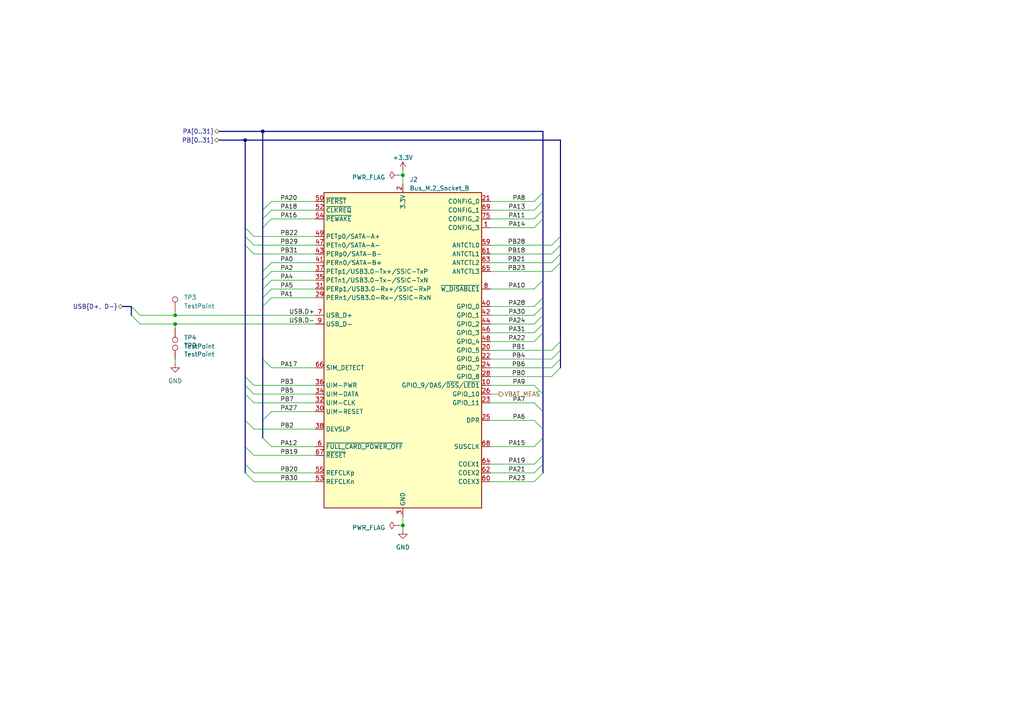
<source format=kicad_sch>
(kicad_sch (version 20230121) (generator eeschema)
  (paper "A4")
  (lib_symbols
    (symbol "Connector:Bus_M.2_Socket_B"
      (property "Reference" "J" (at -22.86 46.99 0))
      (property "Value" "Bus_M.2_Socket_B" (at 16.51 46.99 0))
      (symbol "Bus_M.2_Socket_B_0_1"
        (rectangle (start -22.86 45.72) (end 22.86 -45.72) (stroke (width 0.254)) (fill (type background)))
      )
      (symbol "Bus_M.2_Socket_B_1_1"
        (pin input line (at 25.4 35.56 180) (length 2.54) (name "CONFIG_3") (number "1"))
        (pin bidirectional line (at 25.4 -10.16 180) (length 2.54) (name "GPIO_9/DAS/~{DSS}/~{LED1}") (number "10"))
        (pin passive line (at 0 -48.26 90) (length 2.54) hide (name "GND") (number "11"))
        (pin power_in line (at 0 48.26 270) (length 2.54) (name "3.3V") (number "2"))
        (pin bidirectional line (at 25.4 0 180) (length 2.54) (name "GPIO_5") (number "20"))
        (pin input line (at 25.4 43.18 180) (length 2.54) (name "CONFIG_0") (number "21"))
        (pin bidirectional line (at 25.4 -2.54 180) (length 2.54) (name "GPIO_6") (number "22"))
        (pin bidirectional line (at 25.4 -15.24 180) (length 2.54) (name "GPIO_11") (number "23"))
        (pin bidirectional line (at 25.4 -5.08 180) (length 2.54) (name "GPIO_7") (number "24"))
        (pin output line (at 25.4 -20.32 180) (length 2.54) (name "DPR") (number "25"))
        (pin bidirectional line (at 25.4 -12.7 180) (length 2.54) (name "GPIO_10") (number "26"))
        (pin passive line (at 0 -48.26 90) (length 2.54) hide (name "GND") (number "27"))
        (pin bidirectional line (at 25.4 -7.62 180) (length 2.54) (name "GPIO_8") (number "28"))
        (pin input line (at -25.4 15.24 0) (length 2.54) (name "PERn1/USB3.0-Rx-/SSIC-RxN") (number "29"))
        (pin power_in line (at 0 -48.26 90) (length 2.54) (name "GND") (number "3"))
        (pin input line (at -25.4 -17.78 0) (length 2.54) (name "UIM-RESET") (number "30"))
        (pin input line (at -25.4 17.78 0) (length 2.54) (name "PERp1/USB3.0-Rx+/SSIC-RxP") (number "31"))
        (pin input line (at -25.4 -15.24 0) (length 2.54) (name "UIM-CLK") (number "32"))
        (pin passive line (at 0 -48.26 90) (length 2.54) hide (name "GND") (number "33"))
        (pin bidirectional line (at -25.4 -12.7 0) (length 2.54) (name "UIM-DATA") (number "34"))
        (pin output line (at -25.4 20.32 0) (length 2.54) (name "PETn1/USB3.0-Tx-/SSIC-TxN") (number "35"))
        (pin input line (at -25.4 -10.16 0) (length 2.54) (name "UIM-PWR") (number "36"))
        (pin output line (at -25.4 22.86 0) (length 2.54) (name "PETp1/USB3.0-Tx+/SSIC-TxP") (number "37"))
        (pin output line (at -25.4 -22.86 0) (length 2.54) (name "DEVSLP") (number "38"))
        (pin passive line (at 0 -48.26 90) (length 2.54) hide (name "GND") (number "39"))
        (pin passive line (at 0 48.26 270) (length 2.54) hide (name "3.3V") (number "4"))
        (pin bidirectional line (at 25.4 12.7 180) (length 2.54) (name "GPIO_0") (number "40"))
        (pin input line (at -25.4 25.4 0) (length 2.54) (name "PERn0/SATA-B+") (number "41"))
        (pin bidirectional line (at 25.4 10.16 180) (length 2.54) (name "GPIO_1") (number "42"))
        (pin input line (at -25.4 27.94 0) (length 2.54) (name "PERp0/SATA-B-") (number "43"))
        (pin bidirectional line (at 25.4 7.62 180) (length 2.54) (name "GPIO_2") (number "44"))
        (pin passive line (at 0 -48.26 90) (length 2.54) hide (name "GND") (number "45"))
        (pin bidirectional line (at 25.4 5.08 180) (length 2.54) (name "GPIO_3") (number "46"))
        (pin output line (at -25.4 30.48 0) (length 2.54) (name "PETn0/SATA-A-") (number "47"))
        (pin bidirectional line (at 25.4 2.54 180) (length 2.54) (name "GPIO_4") (number "48"))
        (pin output line (at -25.4 33.02 0) (length 2.54) (name "PETp0/SATA-A+") (number "49"))
        (pin passive line (at 0 -48.26 90) (length 2.54) hide (name "GND") (number "5"))
        (pin output line (at -25.4 43.18 0) (length 2.54) (name "~{PERST}") (number "50"))
        (pin passive line (at 0 -48.26 90) (length 2.54) hide (name "GND") (number "51"))
        (pin bidirectional line (at -25.4 40.64 0) (length 2.54) (name "~{CLKREQ}") (number "52"))
        (pin output line (at -25.4 -38.1 0) (length 2.54) (name "REFCLKn") (number "53"))
        (pin bidirectional line (at -25.4 38.1 0) (length 2.54) (name "~{PEWAKE}") (number "54"))
        (pin output line (at -25.4 -35.56 0) (length 2.54) (name "REFCLKp") (number "55"))
        (pin no_connect line (at 22.86 -43.18 180) (length 2.54) hide (name "NC") (number "56"))
        (pin passive line (at 0 -48.26 90) (length 2.54) hide (name "GND") (number "57"))
        (pin no_connect line (at 22.86 -40.64 180) (length 2.54) hide (name "NC") (number "58"))
        (pin input line (at 25.4 30.48 180) (length 2.54) (name "ANTCTL0") (number "59"))
        (pin output line (at -25.4 -27.94 0) (length 2.54) (name "~{FULL_CARD_POWER_OFF}") (number "6"))
        (pin bidirectional line (at 25.4 -38.1 180) (length 2.54) (name "COEX3") (number "60"))
        (pin input line (at 25.4 27.94 180) (length 2.54) (name "ANTCTL1") (number "61"))
        (pin bidirectional line (at 25.4 -35.56 180) (length 2.54) (name "COEX2") (number "62"))
        (pin input line (at 25.4 25.4 180) (length 2.54) (name "ANTCTL2") (number "63"))
        (pin bidirectional line (at 25.4 -33.02 180) (length 2.54) (name "COEX1") (number "64"))
        (pin input line (at 25.4 22.86 180) (length 2.54) (name "ANTCTL3") (number "65"))
        (pin output line (at -25.4 -5.08 0) (length 2.54) (name "SIM_DETECT") (number "66"))
        (pin output line (at -25.4 -30.48 0) (length 2.54) (name "~{RESET}") (number "67"))
        (pin output line (at 25.4 -27.94 180) (length 2.54) (name "SUSCLK") (number "68"))
        (pin input line (at 25.4 40.64 180) (length 2.54) (name "CONFIG_1") (number "69"))
        (pin bidirectional line (at -25.4 10.16 0) (length 2.54) (name "USB_D+") (number "7"))
        (pin passive line (at 0 48.26 270) (length 2.54) hide (name "3.3V") (number "70"))
        (pin passive line (at 0 -48.26 90) (length 2.54) hide (name "GND") (number "71"))
        (pin passive line (at 0 48.26 270) (length 2.54) hide (name "3.3V") (number "72"))
        (pin passive line (at 0 -48.26 90) (length 2.54) hide (name "GND") (number "73"))
        (pin passive line (at 0 48.26 270) (length 2.54) hide (name "3.3V") (number "74"))
        (pin input line (at 25.4 38.1 180) (length 2.54) (name "CONFIG_2") (number "75"))
        (pin output line (at 25.4 17.78 180) (length 2.54) (name "~{W_DISABLE1}") (number "8"))
        (pin bidirectional line (at -25.4 7.62 0) (length 2.54) (name "USB_D-") (number "9"))
      )
    )
    (symbol "Connector:TestPoint" (pin_numbers hide) (pin_names (offset 0.762) hide)
      (property "Reference" "TP" (at 0 6.858 0))
      (property "Value" "TestPoint" (at 0 5.08 0))
      (symbol "TestPoint_0_1"
        (circle (center 0 3.302) (radius 0.762))
      )
      (symbol "TestPoint_1_1"
        (pin passive line (at 0 0 90) (length 2.54) (name "1") (number "1"))
      )
    )
    (symbol "power:+3.3V" (power) (pin_names (offset 0))
      (property "Value" "+3.3V" (at 0 3.556 0))
      (symbol "+3.3V_0_1"
        (polyline (pts (xy -0.762 1.27) (xy 0 2.54)))
        (polyline (pts (xy 0 0) (xy 0 2.54)))
        (polyline (pts (xy 0 2.54) (xy 0.762 1.27)))
      )
      (symbol "+3.3V_1_1"
        (pin power_in line (at 0 0 90) (length 0) hide (name "+3.3V") (number "1"))
      )
    )
    (symbol "power:GND" (power) (pin_names (offset 0))
      (property "Value" "GND" (at 0 -3.81 0))
      (symbol "GND_0_1"
        (polyline (pts (xy 0 0) (xy 0 -1.27) (xy 1.27 -1.27) (xy 0 -2.54) (xy -1.27 -1.27) (xy 0 -1.27)))
      )
      (symbol "GND_1_1"
        (pin power_in line (at 0 0 270) (length 0) hide (name "GND") (number "1"))
      )
    )
    (symbol "power:PWR_FLAG" (power) (pin_numbers hide) (pin_names (offset 0) hide)
      (property "Value" "PWR_FLAG" (at 0 3.81 0))
      (symbol "PWR_FLAG_0_0"
        (pin power_out line (at 0 0 90) (length 0) (name "pwr") (number "1"))
      )
      (symbol "PWR_FLAG_0_1"
        (polyline (pts (xy 0 0) (xy 0 1.27) (xy -1.016 1.905) (xy 0 2.54) (xy 1.016 1.905) (xy 0 1.27)))
      )
    )
  )
  (junction (at 116.84 152.4))
  (junction (at 50.8 91.44))
  (junction (at 116.84 50.8))
  (junction (at 76.2 38.1))
  (junction (at 71.12 40.64))
  (junction (at 50.8 93.98))
  (bus_entry (at 154.94 58.42) (size 2.54 -2.54))
  (bus_entry (at 40.64 93.98) (size -2.54 -2.54))
  (bus_entry (at 40.64 91.44) (size -2.54 -2.54))
  (bus_entry (at 154.94 116.84) (size 2.54 2.54))
  (bus_entry (at 73.66 116.84) (size -2.54 -2.54))
  (bus_entry (at 160.02 71.12) (size 2.54 -2.54))
  (bus_entry (at 154.94 93.98) (size 2.54 -2.54))
  (bus_entry (at 154.94 63.5) (size 2.54 -2.54))
  (bus_entry (at 154.94 134.62) (size 2.54 -2.54))
  (bus_entry (at 160.02 106.68) (size 2.54 -2.54))
  (bus_entry (at 78.74 63.5) (size -2.54 2.54))
  (bus_entry (at 154.94 96.52) (size 2.54 -2.54))
  (bus_entry (at 154.94 139.7) (size 2.54 -2.54))
  (bus_entry (at 78.74 76.2) (size -2.54 2.54))
  (bus_entry (at 73.66 124.46) (size -2.54 -2.54))
  (bus_entry (at 78.74 86.36) (size -2.54 2.54))
  (bus_entry (at 73.66 139.7) (size -2.54 -2.54))
  (bus_entry (at 154.94 137.16) (size 2.54 -2.54))
  (bus_entry (at 154.94 121.92) (size 2.54 2.54))
  (bus_entry (at 160.02 73.66) (size 2.54 -2.54))
  (bus_entry (at 78.74 58.42) (size -2.54 2.54))
  (bus_entry (at 73.66 132.08) (size -2.54 -2.54))
  (bus_entry (at 154.94 66.04) (size 2.54 -2.54))
  (bus_entry (at 160.02 104.14) (size 2.54 -2.54))
  (bus_entry (at 154.94 88.9) (size 2.54 -2.54))
  (bus_entry (at 78.74 83.82) (size -2.54 2.54))
  (bus_entry (at 73.66 114.3) (size -2.54 -2.54))
  (bus_entry (at 154.94 60.96) (size 2.54 -2.54))
  (bus_entry (at 78.74 60.96) (size -2.54 2.54))
  (bus_entry (at 73.66 137.16) (size -2.54 -2.54))
  (bus_entry (at 160.02 101.6) (size 2.54 -2.54))
  (bus_entry (at 78.74 81.28) (size -2.54 2.54))
  (bus_entry (at 154.94 83.82) (size 2.54 -2.54))
  (bus_entry (at 73.66 111.76) (size -2.54 -2.54))
  (bus_entry (at 73.66 68.58) (size -2.54 -2.54))
  (bus_entry (at 73.66 71.12) (size -2.54 -2.54))
  (bus_entry (at 76.2 127) (size 2.54 2.54))
  (bus_entry (at 76.2 104.14) (size 2.54 2.54))
  (bus_entry (at 78.74 119.38) (size -2.54 2.54))
  (bus_entry (at 73.66 73.66) (size -2.54 -2.54))
  (bus_entry (at 160.02 109.22) (size 2.54 -2.54))
  (bus_entry (at 78.74 78.74) (size -2.54 2.54))
  (bus_entry (at 154.94 111.76) (size 2.54 2.54))
  (bus_entry (at 154.94 99.06) (size 2.54 -2.54))
  (bus_entry (at 160.02 78.74) (size 2.54 -2.54))
  (bus_entry (at 154.94 91.44) (size 2.54 -2.54))
  (bus_entry (at 160.02 76.2) (size 2.54 -2.54))
  (bus_entry (at 154.94 129.54) (size 2.54 -2.54))
  (bus (pts (xy 157.48 60.96) (xy 157.48 58.42)))
  (bus (pts (xy 162.56 40.64) (xy 162.56 68.58)))
  (wire (pts (xy 142.24 116.84) (xy 154.94 116.84)))
  (bus (pts (xy 162.56 68.58) (xy 162.56 71.12)))
  (bus (pts (xy 157.48 55.88) (xy 157.48 38.1)))
  (wire (pts (xy 50.8 104.14) (xy 50.8 105.41)))
  (bus (pts (xy 76.2 66.04) (xy 76.2 78.74)))
  (bus (pts (xy 157.48 88.9) (xy 157.48 86.36)))
  (wire (pts (xy 73.66 68.58) (xy 91.44 68.58)))
  (wire (pts (xy 78.74 83.82) (xy 91.44 83.82)))
  (wire (pts (xy 78.74 60.96) (xy 91.44 60.96)))
  (wire (pts (xy 142.24 76.2) (xy 160.02 76.2)))
  (wire (pts (xy 78.74 78.74) (xy 91.44 78.74)))
  (bus (pts (xy 71.12 40.64) (xy 71.12 66.04)))
  (bus (pts (xy 157.48 93.98) (xy 157.48 91.44)))
  (bus (pts (xy 71.12 114.3) (xy 71.12 121.92)))
  (bus (pts (xy 162.56 76.2) (xy 162.56 99.06)))
  (bus (pts (xy 157.48 137.16) (xy 157.48 134.62)))
  (wire (pts (xy 50.8 90.17) (xy 50.8 91.44)))
  (wire (pts (xy 142.24 139.7) (xy 154.94 139.7)))
  (bus (pts (xy 63.5 38.1) (xy 76.2 38.1)))
  (wire (pts (xy 50.8 93.98) (xy 91.44 93.98)))
  (bus (pts (xy 71.12 111.76) (xy 71.12 114.3)))
  (wire (pts (xy 142.24 93.98) (xy 154.94 93.98)))
  (bus (pts (xy 157.48 91.44) (xy 157.48 88.9)))
  (wire (pts (xy 78.74 106.68) (xy 91.44 106.68)))
  (wire (pts (xy 73.66 132.08) (xy 91.44 132.08)))
  (bus (pts (xy 63.5 40.64) (xy 71.12 40.64)))
  (wire (pts (xy 78.74 129.54) (xy 91.44 129.54)))
  (wire (pts (xy 116.84 149.86) (xy 116.84 152.4)))
  (bus (pts (xy 162.56 99.06) (xy 162.56 101.6)))
  (bus (pts (xy 157.48 63.5) (xy 157.48 60.96)))
  (wire (pts (xy 142.24 91.44) (xy 154.94 91.44)))
  (wire (pts (xy 142.24 129.54) (xy 154.94 129.54)))
  (bus (pts (xy 157.48 134.62) (xy 157.48 132.08)))
  (bus (pts (xy 71.12 68.58) (xy 71.12 71.12)))
  (bus (pts (xy 157.48 127) (xy 157.48 124.46)))
  (wire (pts (xy 73.66 71.12) (xy 91.44 71.12)))
  (bus (pts (xy 76.2 81.28) (xy 76.2 83.82)))
  (wire (pts (xy 142.24 104.14) (xy 160.02 104.14)))
  (bus (pts (xy 157.48 96.52) (xy 157.48 114.3)))
  (bus (pts (xy 76.2 104.14) (xy 76.2 121.92)))
  (wire (pts (xy 115.57 152.4) (xy 116.84 152.4)))
  (wire (pts (xy 142.24 137.16) (xy 154.94 137.16)))
  (bus (pts (xy 35.56 88.9) (xy 38.1 88.9)))
  (wire (pts (xy 78.74 63.5) (xy 91.44 63.5)))
  (wire (pts (xy 115.57 50.8) (xy 116.84 50.8)))
  (bus (pts (xy 76.2 86.36) (xy 76.2 88.9)))
  (wire (pts (xy 142.24 114.3) (xy 144.78 114.3)))
  (bus (pts (xy 71.12 66.04) (xy 71.12 68.58)))
  (bus (pts (xy 71.12 129.54) (xy 71.12 134.62)))
  (wire (pts (xy 142.24 99.06) (xy 154.94 99.06)))
  (wire (pts (xy 73.66 139.7) (xy 91.44 139.7)))
  (wire (pts (xy 50.8 93.98) (xy 50.8 95.25)))
  (wire (pts (xy 142.24 111.76) (xy 154.94 111.76)))
  (wire (pts (xy 73.66 124.46) (xy 91.44 124.46)))
  (wire (pts (xy 142.24 121.92) (xy 154.94 121.92)))
  (bus (pts (xy 162.56 73.66) (xy 162.56 76.2)))
  (bus (pts (xy 157.48 96.52) (xy 157.48 93.98)))
  (bus (pts (xy 157.48 58.42) (xy 157.48 55.88)))
  (bus (pts (xy 157.48 124.46) (xy 157.48 119.38)))
  (bus (pts (xy 157.48 119.38) (xy 157.48 114.3)))
  (wire (pts (xy 142.24 109.22) (xy 160.02 109.22)))
  (wire (pts (xy 142.24 88.9) (xy 154.94 88.9)))
  (wire (pts (xy 73.66 73.66) (xy 91.44 73.66)))
  (wire (pts (xy 78.74 81.28) (xy 91.44 81.28)))
  (bus (pts (xy 71.12 134.62) (xy 71.12 137.16)))
  (bus (pts (xy 162.56 101.6) (xy 162.56 104.14)))
  (wire (pts (xy 142.24 78.74) (xy 160.02 78.74)))
  (bus (pts (xy 76.2 38.1) (xy 76.2 60.96)))
  (bus (pts (xy 76.2 83.82) (xy 76.2 86.36)))
  (wire (pts (xy 40.64 91.44) (xy 50.8 91.44)))
  (wire (pts (xy 142.24 63.5) (xy 154.94 63.5)))
  (wire (pts (xy 142.24 101.6) (xy 160.02 101.6)))
  (bus (pts (xy 71.12 40.64) (xy 162.56 40.64)))
  (wire (pts (xy 73.66 116.84) (xy 91.44 116.84)))
  (wire (pts (xy 142.24 66.04) (xy 154.94 66.04)))
  (wire (pts (xy 142.24 83.82) (xy 154.94 83.82)))
  (wire (pts (xy 40.64 93.98) (xy 50.8 93.98)))
  (wire (pts (xy 50.8 91.44) (xy 91.44 91.44)))
  (wire (pts (xy 142.24 134.62) (xy 154.94 134.62)))
  (bus (pts (xy 71.12 109.22) (xy 71.12 111.76)))
  (bus (pts (xy 38.1 88.9) (xy 38.1 91.44)))
  (bus (pts (xy 157.48 86.36) (xy 157.48 81.28)))
  (bus (pts (xy 76.2 88.9) (xy 76.2 104.14)))
  (bus (pts (xy 76.2 63.5) (xy 76.2 66.04)))
  (bus (pts (xy 76.2 121.92) (xy 76.2 127)))
  (wire (pts (xy 73.66 111.76) (xy 91.44 111.76)))
  (wire (pts (xy 142.24 73.66) (xy 160.02 73.66)))
  (bus (pts (xy 162.56 104.14) (xy 162.56 106.68)))
  (bus (pts (xy 71.12 121.92) (xy 71.12 129.54)))
  (wire (pts (xy 142.24 106.68) (xy 160.02 106.68)))
  (wire (pts (xy 78.74 76.2) (xy 91.44 76.2)))
  (bus (pts (xy 162.56 71.12) (xy 162.56 73.66)))
  (wire (pts (xy 78.74 86.36) (xy 91.44 86.36)))
  (wire (pts (xy 73.66 114.3) (xy 91.44 114.3)))
  (wire (pts (xy 73.66 137.16) (xy 91.44 137.16)))
  (bus (pts (xy 157.48 81.28) (xy 157.48 63.5)))
  (wire (pts (xy 116.84 50.8) (xy 116.84 53.34)))
  (wire (pts (xy 142.24 71.12) (xy 160.02 71.12)))
  (wire (pts (xy 142.24 58.42) (xy 154.94 58.42)))
  (bus (pts (xy 71.12 71.12) (xy 71.12 109.22)))
  (bus (pts (xy 157.48 132.08) (xy 157.48 127)))
  (wire (pts (xy 116.84 152.4) (xy 116.84 153.67)))
  (wire (pts (xy 142.24 60.96) (xy 154.94 60.96)))
  (wire (pts (xy 78.74 58.42) (xy 91.44 58.42)))
  (wire (pts (xy 142.24 96.52) (xy 154.94 96.52)))
  (bus (pts (xy 157.48 38.1) (xy 76.2 38.1)))
  (bus (pts (xy 76.2 60.96) (xy 76.2 63.5)))
  (wire (pts (xy 116.84 49.53) (xy 116.84 50.8)))
  (bus (pts (xy 76.2 78.74) (xy 76.2 81.28)))
  (wire (pts (xy 78.74 119.38) (xy 91.44 119.38)))
  (label "PB2" (at 81.28 124.46 0))
  (label "PB0" (at 152.4 109.22 180))
  (label "PB29" (at 81.28 71.12 0))
  (label "PA28" (at 152.4 88.9 180))
  (label "PB6" (at 152.4 106.68 180))
  (label "PA19" (at 152.4 134.62 180))
  (label "PA2" (at 81.28 78.74 0))
  (label "PA14" (at 152.4 66.04 180))
  (label "PB19" (at 81.28 132.08 0))
  (label "PA11" (at 152.4 63.5 180))
  (label "PA17" (at 81.28 106.68 0))
  (label "PA6" (at 152.4 121.92 180))
  (label "PA8" (at 152.4 58.42 180))
  (label "PB23" (at 152.4 78.74 180))
  (label "PA21" (at 152.4 137.16 180))
  (label "PA27" (at 81.28 119.38 0))
  (label "PB20" (at 81.28 137.16 0))
  (label "PA7" (at 152.4 116.84 180))
  (label "USB.D+" (at 83.82 91.44 0))
  (label "PA23" (at 152.4 139.7 180))
  (label "PA10" (at 152.4 83.82 180))
  (label "USB.D-" (at 83.82 93.98 0))
  (label "PA30" (at 152.4 91.44 180))
  (label "PA12" (at 81.28 129.54 0))
  (label "PA16" (at 81.28 63.5 0))
  (label "PB30" (at 81.28 139.7 0))
  (label "PA13" (at 152.4 60.96 180))
  (label "PA1" (at 81.28 86.36 0))
  (label "PA24" (at 152.4 93.98 180))
  (label "PB3" (at 81.28 111.76 0))
  (label "PA0" (at 81.28 76.2 0))
  (label "PA31" (at 152.4 96.52 180))
  (label "PA4" (at 81.28 81.28 0))
  (label "PB18" (at 152.4 73.66 180))
  (label "PB5" (at 81.28 114.3 0))
  (label "PB31" (at 81.28 73.66 0))
  (label "PB21" (at 152.4 76.2 180))
  (label "PA15" (at 152.4 129.54 180))
  (label "PB7" (at 81.28 116.84 0))
  (label "PB4" (at 152.4 104.14 180))
  (label "PA9" (at 152.4 111.76 180))
  (label "PB1" (at 152.4 101.6 180))
  (label "PA22" (at 152.4 99.06 180))
  (label "PA5" (at 81.28 83.82 0))
  (label "PB22" (at 81.28 68.58 0))
  (label "PB28" (at 152.4 71.12 180))
  (label "PA20" (at 81.28 58.42 0))
  (label "PA18" (at 81.28 60.96 0))
  (hierarchical_label "PA[0..31]" (shape bidirectional) (at 63.5 38.1 180))
  (hierarchical_label "VBAT_MEAS" (shape output) (at 144.78 114.3 0))
  (hierarchical_label "PB[0..31]" (shape bidirectional) (at 63.5 40.64 180))
  (hierarchical_label "USB{D+, D-}" (shape bidirectional) (at 35.56 88.9 180))
  (symbol (lib_id "power:GND") (at 50.8 105.41 0) (unit 1)
    (property "Reference" "#PWR036" (effects hide))
    (property "Value" "GND" (at 50.8 110.49 0))
  )
  (symbol (lib_id "power:GND") (at 116.84 153.67 0) (unit 1)
    (property "Reference" "#PWR029" (effects hide))
    (property "Value" "GND" (at 116.84 158.75 0))
    (instances (project "rtl872xd-dev-board" (path "" (reference "#PWR029") (unit 1)) (path "" (reference "#PWR031") (unit 1))))
  )
  (symbol (lib_id "Connector:TestPoint") (at 50.8 95.25 180) (unit 1)
    (property "Reference" "TP4" (at 53.34 97.917 0) (effects (justify right)))
    (property "Value" "TestPoint" (at 53.34 100.457 0) (effects (justify right)))
    (property "Footprint" "TestPoint:TestPoint_Pad_D1.0mm" (effects hide))
  )
  (symbol (lib_id "power:PWR_FLAG") (at 115.57 50.8 90) (unit 1)
    (property "Reference" "#FLG01" (effects hide))
    (property "Value" "PWR_FLAG" (at 111.76 51.435 90) (effects (justify left)))
  )
  (symbol (lib_id "Connector:Bus_M.2_Socket_B") (at 116.84 101.6 0) (unit 1)
    (property "Reference" "J2" (at 118.7959 52.07 0) (effects (justify left)))
    (property "Value" "Bus_M.2_Socket_B" (at 118.7959 54.61 0) (effects (justify left)))
    (property "Footprint" "Connector_M.2:M.2-B-KEY-22x" (effects hide))
    (property "Datasheet" "http://read.pudn.com/downloads794/doc/project/3133918/PCIe_M.2_Electromechanical_Spec_Rev1.0_Final_11012013_RS_Clean.pdf#page=154" (effects hide))
  )
  (symbol (lib_id "power:PWR_FLAG") (at 115.57 152.4 90) (unit 1)
    (property "Reference" "#FLG04" (effects hide))
    (property "Value" "PWR_FLAG" (at 111.76 153.035 90) (effects (justify left)))
  )
  (symbol (lib_id "Connector:TestPoint") (at 50.8 90.17 0) (unit 1)
    (property "Reference" "TP3" (at 53.34 86.233 0) (effects (justify left)))
    (property "Value" "TestPoint" (at 53.34 88.773 0) (effects (justify left)))
    (property "Footprint" "TestPoint:TestPoint_Pad_D1.0mm" (effects hide))
  )
  (symbol (lib_id "power:+3.3V") (at 116.84 49.53 0) (unit 1)
    (property "Reference" "#PWR031" (effects hide))
    (property "Value" "+3.3V" (at 116.84 45.72 0))
    (instances (project "rtl872xd-dev-board" (path "" (reference "#PWR031") (unit 1)) (path "" (reference "#PWR029") (unit 1))))
  )
  (symbol (lib_id "Connector:TestPoint") (at 50.8 104.14 0) (unit 1)
    (property "Reference" "TP9" (at 53.34 100.203 0) (effects (justify left)))
    (property "Value" "TestPoint" (at 53.34 102.743 0) (effects (justify left)))
    (property "Footprint" "TestPoint:TestPoint_Pad_D1.0mm" (effects hide))
  )
)
</source>
